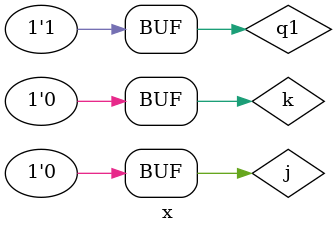
<source format=v>
module p
(	input j,
	input k,
	input q1,
	output q
);

assign {q} = (j*!(q1)) ||  ((!k)*q1);

endmodule

module x;
reg j;
reg k;
reg q1;
wire q;

p obj (.j(j), .k(k), .q1(q1), .q(q));

initial begin

j=0;
k=0;
q1=0;
#10 k=1;
#10 j=1;
#10 k=0;
#10 q1=1;
#10 k=1;
#10 j=0;
#10 k=0;
#10 j=0;

end

initial begin

$monitor ("j=%1b, k=%1b, q1=%1b, q=%1b", j, k , q1, q);
end
endmodule


</source>
